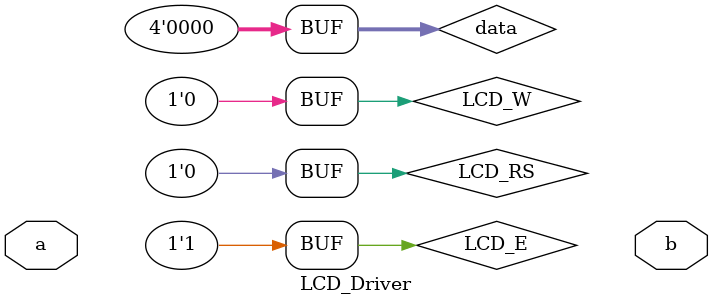
<source format=v>
module LCD_Driver(a,b);
    input a;
    reg LCD_E;
    reg LCD_RS;
    reg LCD_W;
    reg [3:0] data;
    output b;
    wire b;

    initial begin
        LCD_E = 0;
        LCD_RS = 0;
        LCD_W = 0;
        data = 3'b000;
        #20;
        LCD_E = 1;
        #20;

        LCD_E = 0;
        LCD_RS = 0;
        LCD_W = 0;
        data = 3'b000;
        #20;
        LCD_E = 1;
        #20;

        LCD_E = 0;
        LCD_RS = 0;
        LCD_W = 0;
        data = 3'b000;
        #20;
        LCD_E = 1;
        #20;

        LCD_E = 0;
        #20;
        LCD_RS = 0;
        LCD_W = 0;
        data = 2'b00;
        #20;
        LCD_E = 1;
        #20;

        //Function Set Command
        LCD_E = 0;
        #20;
        LCD_RS = 0;
        LCD_W = 0;
        data = 2'b00;
        #20;
        LCD_E = 1;
        #20;
        LCD_E = 0;
        #20;
        LCD_RS = 0;
        LCD_W = 0;
        data = 8'b0;
        #20;
        LCD_E = 1;
        #20;

        //Entry Mode Set
        
    end
endmodule
</source>
